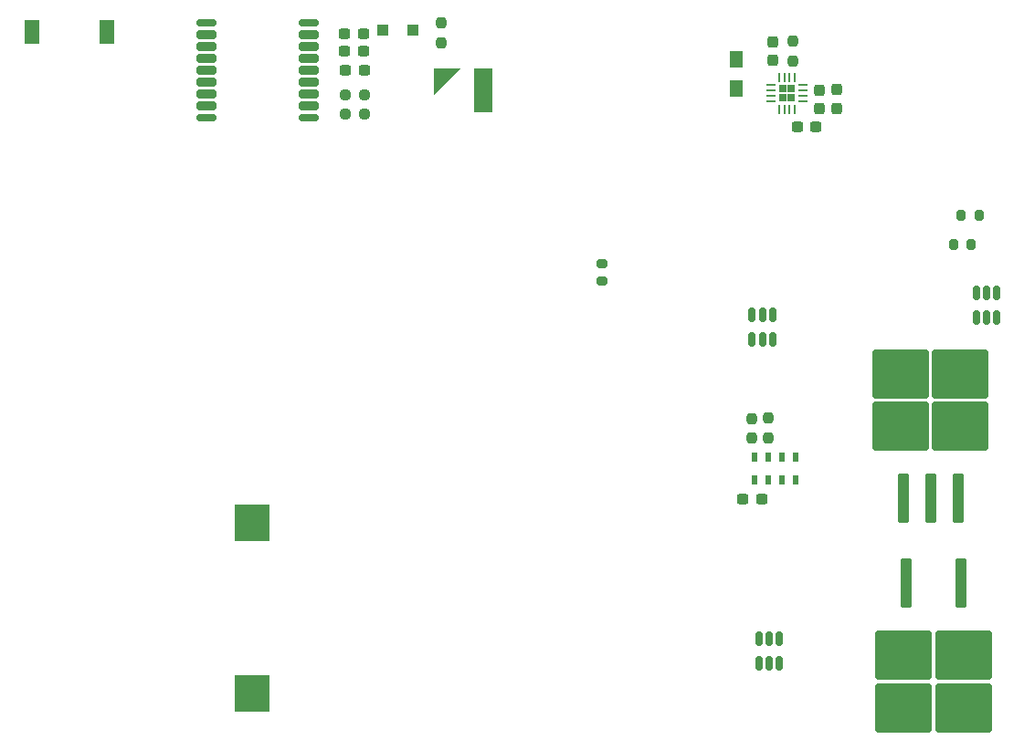
<source format=gtp>
G04 #@! TF.GenerationSoftware,KiCad,Pcbnew,9.0.1*
G04 #@! TF.CreationDate,2025-10-31T13:55:31-04:00*
G04 #@! TF.ProjectId,GHOUL_V1.0,47484f55-4c5f-4563-912e-302e6b696361,rev?*
G04 #@! TF.SameCoordinates,Original*
G04 #@! TF.FileFunction,Paste,Top*
G04 #@! TF.FilePolarity,Positive*
%FSLAX46Y46*%
G04 Gerber Fmt 4.6, Leading zero omitted, Abs format (unit mm)*
G04 Created by KiCad (PCBNEW 9.0.1) date 2025-10-31 13:55:31*
%MOMM*%
%LPD*%
G01*
G04 APERTURE LIST*
G04 Aperture macros list*
%AMRoundRect*
0 Rectangle with rounded corners*
0 $1 Rounding radius*
0 $2 $3 $4 $5 $6 $7 $8 $9 X,Y pos of 4 corners*
0 Add a 4 corners polygon primitive as box body*
4,1,4,$2,$3,$4,$5,$6,$7,$8,$9,$2,$3,0*
0 Add four circle primitives for the rounded corners*
1,1,$1+$1,$2,$3*
1,1,$1+$1,$4,$5*
1,1,$1+$1,$6,$7*
1,1,$1+$1,$8,$9*
0 Add four rect primitives between the rounded corners*
20,1,$1+$1,$2,$3,$4,$5,0*
20,1,$1+$1,$4,$5,$6,$7,0*
20,1,$1+$1,$6,$7,$8,$9,0*
20,1,$1+$1,$8,$9,$2,$3,0*%
G04 Aperture macros list end*
%ADD10C,0.000100*%
%ADD11R,3.300000X3.500000*%
%ADD12RoundRect,0.237500X0.237500X-0.250000X0.237500X0.250000X-0.237500X0.250000X-0.237500X-0.250000X0*%
%ADD13RoundRect,0.237500X-0.237500X0.250000X-0.237500X-0.250000X0.237500X-0.250000X0.237500X0.250000X0*%
%ADD14RoundRect,0.182500X-0.182500X-0.182500X0.182500X-0.182500X0.182500X0.182500X-0.182500X0.182500X0*%
%ADD15RoundRect,0.062500X-0.350000X-0.062500X0.350000X-0.062500X0.350000X0.062500X-0.350000X0.062500X0*%
%ADD16RoundRect,0.062500X-0.062500X-0.350000X0.062500X-0.350000X0.062500X0.350000X-0.062500X0.350000X0*%
%ADD17RoundRect,0.237500X-0.300000X-0.237500X0.300000X-0.237500X0.300000X0.237500X-0.300000X0.237500X0*%
%ADD18RoundRect,0.200000X-0.275000X0.200000X-0.275000X-0.200000X0.275000X-0.200000X0.275000X0.200000X0*%
%ADD19R,0.550000X0.950000*%
%ADD20RoundRect,0.250000X-0.300000X2.050000X-0.300000X-2.050000X0.300000X-2.050000X0.300000X2.050000X0*%
%ADD21RoundRect,0.250000X-2.375000X2.025000X-2.375000X-2.025000X2.375000X-2.025000X2.375000X2.025000X0*%
%ADD22RoundRect,0.200000X-0.200000X-0.275000X0.200000X-0.275000X0.200000X0.275000X-0.200000X0.275000X0*%
%ADD23RoundRect,0.150000X-0.150000X0.512500X-0.150000X-0.512500X0.150000X-0.512500X0.150000X0.512500X0*%
%ADD24RoundRect,0.237500X0.300000X0.237500X-0.300000X0.237500X-0.300000X-0.237500X0.300000X-0.237500X0*%
%ADD25RoundRect,0.250000X0.300000X-2.050000X0.300000X2.050000X-0.300000X2.050000X-0.300000X-2.050000X0*%
%ADD26RoundRect,0.250000X2.375000X-2.025000X2.375000X2.025000X-2.375000X2.025000X-2.375000X-2.025000X0*%
%ADD27R,1.362800X2.259800*%
%ADD28RoundRect,0.237500X-0.250000X-0.237500X0.250000X-0.237500X0.250000X0.237500X-0.250000X0.237500X0*%
%ADD29RoundRect,0.237500X0.237500X-0.300000X0.237500X0.300000X-0.237500X0.300000X-0.237500X-0.300000X0*%
%ADD30R,1.700000X4.100000*%
%ADD31RoundRect,0.250000X0.300000X0.300000X-0.300000X0.300000X-0.300000X-0.300000X0.300000X-0.300000X0*%
%ADD32R,1.200000X1.500000*%
%ADD33RoundRect,0.237500X-0.237500X0.300000X-0.237500X-0.300000X0.237500X-0.300000X0.237500X0.300000X0*%
%ADD34RoundRect,0.175000X0.725000X0.175000X-0.725000X0.175000X-0.725000X-0.175000X0.725000X-0.175000X0*%
%ADD35RoundRect,0.200000X0.700000X0.200000X-0.700000X0.200000X-0.700000X-0.200000X0.700000X-0.200000X0*%
G04 APERTURE END LIST*
D10*
X150300000Y-73700000D02*
X150300000Y-71300000D01*
X152700000Y-71300000D01*
X150300000Y-73700000D01*
G36*
X150300000Y-73700000D02*
G01*
X150300000Y-71300000D01*
X152700000Y-71300000D01*
X150300000Y-73700000D01*
G37*
D11*
X133476051Y-129256051D03*
X133476051Y-113456051D03*
D12*
X179800000Y-105612500D03*
X179800000Y-103787500D03*
D13*
X181338949Y-103746449D03*
X181338949Y-105571449D03*
D14*
X182613551Y-73186051D03*
X182613551Y-74026051D03*
X183453551Y-73186051D03*
X183453551Y-74026051D03*
D15*
X181571051Y-72856051D03*
X181571051Y-73356051D03*
X181571051Y-73856051D03*
X181571051Y-74356051D03*
D16*
X182283551Y-75068551D03*
X182783551Y-75068551D03*
X183283551Y-75068551D03*
X183783551Y-75068551D03*
D15*
X184496051Y-74356051D03*
X184496051Y-73856051D03*
X184496051Y-73356051D03*
X184496051Y-72856051D03*
D16*
X183783551Y-72143551D03*
X183283551Y-72143551D03*
X182783551Y-72143551D03*
X182283551Y-72143551D03*
D17*
X183991051Y-76716051D03*
X185716051Y-76716051D03*
D18*
X165900000Y-89375000D03*
X165900000Y-91025000D03*
D19*
X180061051Y-109491051D03*
X181311051Y-109491051D03*
X182561051Y-109491051D03*
X183811051Y-109491051D03*
X183811051Y-107341051D03*
X182561051Y-107341051D03*
X181311051Y-107341051D03*
X180061051Y-107341051D03*
D20*
X199156051Y-119036051D03*
D21*
X199391051Y-125761051D03*
X193841051Y-125761051D03*
X199391051Y-130611051D03*
X193841051Y-130611051D03*
D20*
X194076051Y-119036051D03*
D22*
X198451051Y-87616051D03*
X200101051Y-87616051D03*
D17*
X142038626Y-69685437D03*
X143763626Y-69685437D03*
D23*
X181700000Y-94162500D03*
X180750000Y-94162500D03*
X179800000Y-94162500D03*
X179800000Y-96437500D03*
X180750000Y-96437500D03*
X181700000Y-96437500D03*
D24*
X180668551Y-111296051D03*
X178943551Y-111296051D03*
D25*
X193796051Y-111206051D03*
X196336051Y-111206051D03*
D26*
X193561051Y-104481051D03*
X199111051Y-104481051D03*
X193561051Y-99631051D03*
X199111051Y-99631051D03*
D25*
X198876051Y-111206051D03*
D22*
X199175000Y-84900000D03*
X200825000Y-84900000D03*
D27*
X113037299Y-67900000D03*
X119962701Y-67900000D03*
D28*
X142087500Y-73750000D03*
X143912500Y-73750000D03*
D12*
X183546051Y-70598551D03*
X183546051Y-68773551D03*
D29*
X181746051Y-70548551D03*
X181746051Y-68823551D03*
D30*
X154850000Y-73350000D03*
D31*
X148400000Y-67700000D03*
X145600000Y-67700000D03*
D32*
X178346051Y-73136051D03*
X178346051Y-70436051D03*
D13*
X151000000Y-67087500D03*
X151000000Y-68912500D03*
D33*
X187613551Y-73263551D03*
X187613551Y-74988551D03*
D23*
X182350000Y-124212500D03*
X181400000Y-124212500D03*
X180450000Y-124212500D03*
X180450000Y-126487500D03*
X181400000Y-126487500D03*
X182350000Y-126487500D03*
X202500000Y-92162500D03*
X201550000Y-92162500D03*
X200600000Y-92162500D03*
X200600000Y-94437500D03*
X201550000Y-94437500D03*
X202500000Y-94437500D03*
D29*
X186053551Y-75016051D03*
X186053551Y-73291051D03*
D34*
X138750000Y-75900000D03*
D35*
X138750000Y-74800000D03*
X138750000Y-73700000D03*
X138750000Y-72600000D03*
X138750000Y-71500000D03*
X138750000Y-70400000D03*
X138750000Y-69300000D03*
X138750000Y-68200000D03*
D34*
X138750000Y-67100000D03*
X129250000Y-67100000D03*
D35*
X129250000Y-68200000D03*
X129250000Y-69300000D03*
X129250000Y-70400000D03*
X129250000Y-71500000D03*
X129250000Y-72600000D03*
X129250000Y-73700000D03*
X129250000Y-74800000D03*
D34*
X129250000Y-75900000D03*
D17*
X142038626Y-68085437D03*
X143763626Y-68085437D03*
D24*
X143862500Y-71500000D03*
X142137500Y-71500000D03*
D28*
X142087500Y-75500000D03*
X143912500Y-75500000D03*
M02*

</source>
